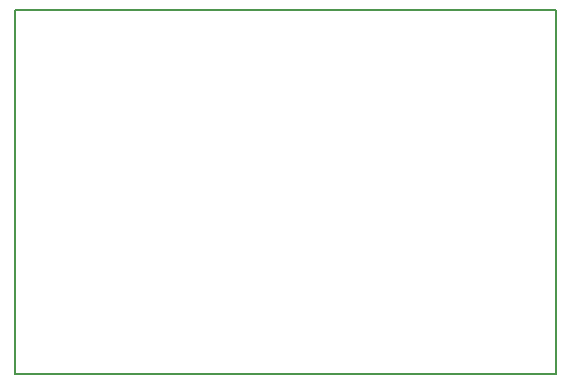
<source format=gm1>
G04 MADE WITH FRITZING*
G04 WWW.FRITZING.ORG*
G04 DOUBLE SIDED*
G04 HOLES PLATED*
G04 CONTOUR ON CENTER OF CONTOUR VECTOR*
%ASAXBY*%
%FSLAX23Y23*%
%MOIN*%
%OFA0B0*%
%SFA1.0B1.0*%
%ADD10R,1.811020X1.220470*%
%ADD11C,0.008000*%
%ADD10C,0.008*%
%LNCONTOUR*%
G90*
G70*
G54D10*
G54D11*
X4Y1216D02*
X1807Y1216D01*
X1807Y4D01*
X4Y4D01*
X4Y1216D01*
D02*
G04 End of contour*
M02*
</source>
